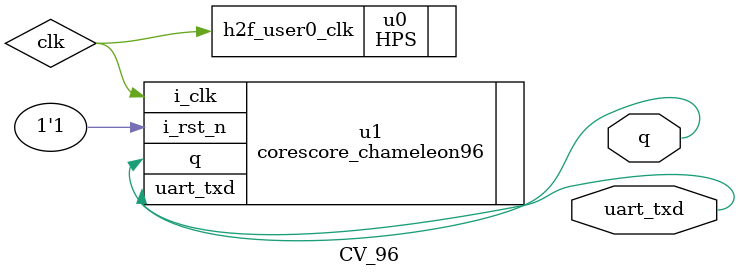
<source format=v>


module CV_96 (
	output q,
	output uart_txd
);

wire clk;		

HPS   u0(
	.h2f_user0_clk( clk)  	//hps_0_h2f_user0_clock.clk
);
	

corescore_chameleon96  u1 (
	.i_clk   ( clk ), 
	.i_rst_n ( 1'b1),
	.q       ( q   ),
	.uart_txd( uart_txd )
);
	  

endmodule







</source>
